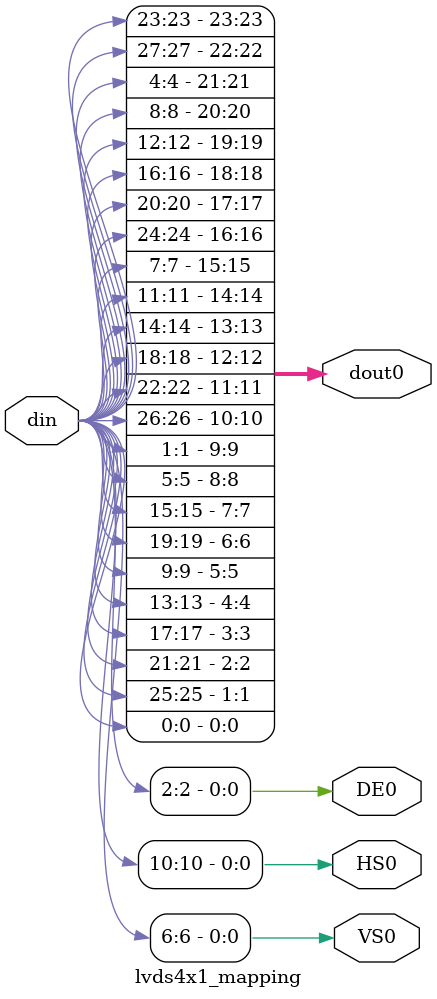
<source format=v>
`timescale 1ns / 1ns
`define UD #1
module lvds4x1_mapping
#(
parameter  DATA_FORMAT   = "PER_CLOCK"   // PER_CLOCK or PER_LINE data formatting  
)
( 
    input	[27:0]     din    ,
    output             VS0    ,
    output             HS0    ,
    output             DE0    ,
    output   [23:0]    dout0  
);								 
    //参数定义			 

    generate
        if (DATA_FORMAT == "PER_CLOCK") 
        begin    
            assign  VS0       = din[6 ];
            assign  HS0       = din[10];
            assign  DE0       = din[2 ];
            assign  dout0[0 ] = din[0 ];//G10
            assign  dout0[1 ] = din[25];//G11
            assign  dout0[2 ] = din[21];//G12
            assign  dout0[3 ] = din[17];//G13
            assign  dout0[4 ] = din[13];//G14
            assign  dout0[5 ] = din[9 ];//G15
            assign  dout0[6 ] = din[19];//G16
            assign  dout0[7 ] = din[15];//G17
            assign  dout0[8 ] = din[5 ];//B10
            assign  dout0[9 ] = din[1 ];//B11
            assign  dout0[10] = din[26];//B12
            assign  dout0[11] = din[22];//B13
            assign  dout0[12] = din[18];//B14
            assign  dout0[13] = din[14];//B15
            assign  dout0[14] = din[11];//B16
            assign  dout0[15] = din[7 ];//B17
            assign  dout0[16] = din[24];//R10
            assign  dout0[17] = din[20];//R11
            assign  dout0[18] = din[16];//R12
            assign  dout0[19] = din[12];//R13
            assign  dout0[20] = din[8 ];//R14
            assign  dout0[21] = din[4 ];//R15
            assign  dout0[22] = din[27];//R16
            assign  dout0[23] = din[23];//R17
        end
        else
        begin
            assign  VS0       = din[15];
            assign  HS0       = din[16];
            assign  DE0       = din[14];
            assign  dout0[0 ] = din[0 ];//G10
            assign  dout0[1 ] = din[13];//G11
            assign  dout0[2 ] = din[12];//G12
            assign  dout0[3 ] = din[11];//G13
            assign  dout0[4 ] = din[10];//G14
            assign  dout0[5 ] = din[9 ];//G15
            assign  dout0[6 ] = din[25];//G16
            assign  dout0[7 ] = din[24];//G17
            assign  dout0[8 ] = din[8 ];//B10
            assign  dout0[9 ] = din[7 ];//B11
            assign  dout0[10] = din[20];//B12
            assign  dout0[11] = din[19];//B13
            assign  dout0[12] = din[18];//B14
            assign  dout0[13] = din[17];//B15
            assign  dout0[14] = din[23];//B16
            assign  dout0[15] = din[22];//B17
            assign  dout0[16] = din[6 ];//R10
            assign  dout0[17] = din[5 ];//R11
            assign  dout0[18] = din[4 ];//R12
            assign  dout0[19] = din[3 ];//R13
            assign  dout0[20] = din[2 ];//R14
            assign  dout0[21] = din[1 ];//R15
            assign  dout0[22] = din[27];//R16
            assign  dout0[23] = din[26];//R17
        end 
    endgenerate

endmodule

</source>
